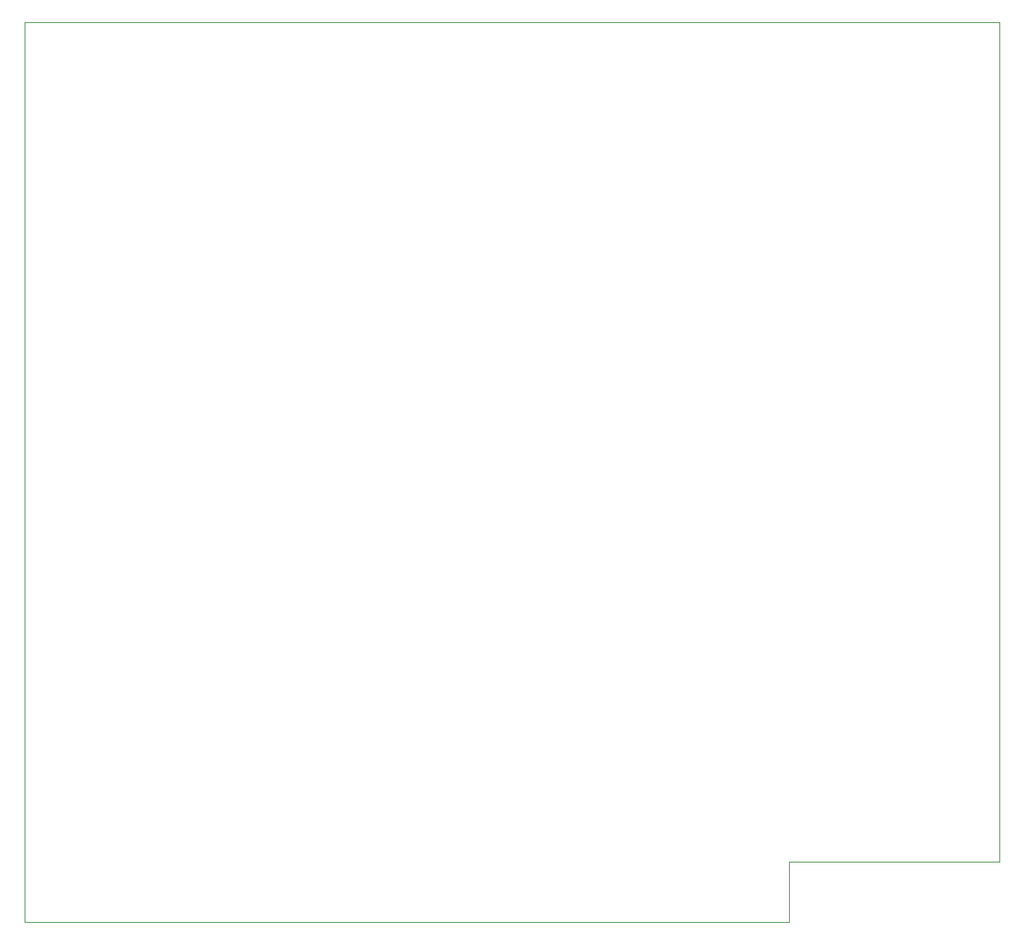
<source format=gbr>
G04 #@! TF.GenerationSoftware,KiCad,Pcbnew,(5.1.4)-1*
G04 #@! TF.CreationDate,2020-06-07T11:10:36-04:00*
G04 #@! TF.ProjectId,RPi_cape_simulator,5250695f-6361-4706-955f-73696d756c61,1.8*
G04 #@! TF.SameCoordinates,Original*
G04 #@! TF.FileFunction,Profile,NP*
%FSLAX45Y45*%
G04 Gerber Fmt 4.5, Leading zero omitted, Abs format (unit mm)*
G04 Created by KiCad (PCBNEW (5.1.4)-1) date 2020-06-07 11:10:36*
%MOMM*%
%LPD*%
G04 APERTURE LIST*
%ADD10C,0.050000*%
G04 APERTURE END LIST*
D10*
X11000000Y-27700000D02*
X13250000Y-27700000D01*
X11000000Y-28350000D02*
X11000000Y-27700000D01*
X2850000Y-18750000D02*
X2850000Y-28350000D01*
X13250000Y-27700000D02*
X13250000Y-18750000D01*
X2850000Y-18750000D02*
X13250000Y-18750000D01*
X2850000Y-28350000D02*
X11000000Y-28350000D01*
M02*

</source>
